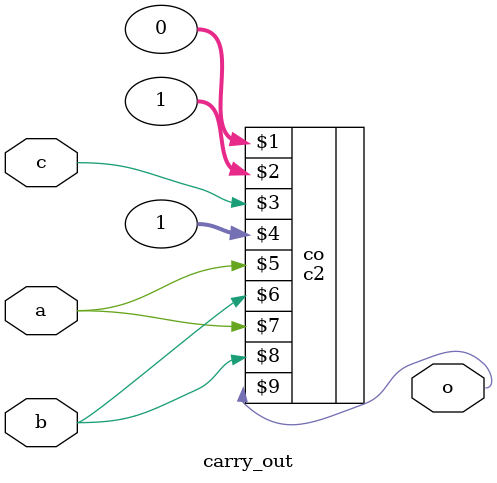
<source format=v>
module carry_out(input a, b, c ,output o);
    c2 co(0,1,c,1,a,b,a,b,o);
endmodule

</source>
